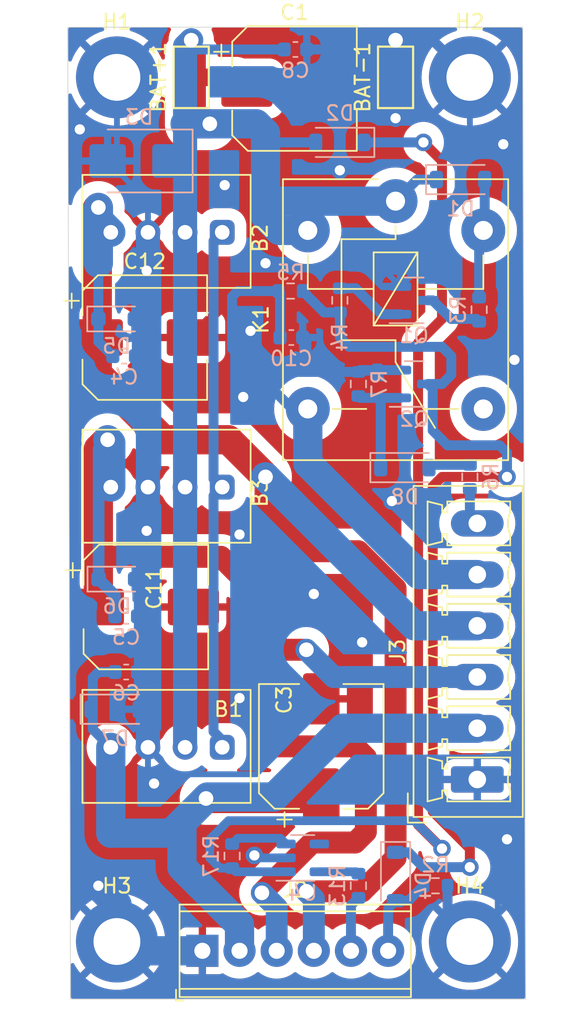
<source format=kicad_pcb>
(kicad_pcb (version 20221018) (generator pcbnew)
  (layers (0 "F.Cu" signal) (31 "B.Cu" signal) (34 "B.Paste" user) (35 "F.Paste" user) (36 "B.SilkS" user "B.Silkscreen") (37 "F.SilkS" user "F.Silkscreen") (38 "B.Mask" user) (39 "F.Mask" user) (44 "Edge.Cuts" user))
  (net 0 "")
  (net 1 "/14V4")
  (net 2 "GNDD")
  (net 3 "+3V3")
  (net 4 "+9V")
  (net 5 "+5V")
  (net 6 "+12V")
  (net 7 "Net-(D1-A)")
  (net 8 "Net-(D2-K)")
  (net 9 "Net-(D4-K)")
  (net 10 "/ON_OFF_button_OUT")
  (net 11 "/ON_OFF_button_IN")
  (net 12 "/~{MCU_PS_SUSTAIN}")
  (net 14 "Net-(Q1-B)")
  (net 15 "Net-(Q1-C)")
  (net 16 "Net-(D8-K)")
  (net 17 "Net-(U4-VOUT)")
  (net 18 "Net-(U4-EN)")
  (net 20 "Net-(D8-A)")
  (net 21 "/DC-DC_EN")
  (footprint "TestPoint:TestPoint_Keystone_5019_Minature" (layer "F.Cu") (at 92.71 31.75 90)
    (fp_text reference "BAT+1" (at 0 -2.25 90) (layer "F.SilkS"))
    (fp_text value "14V4")
    (pad "1" smd rect (at 0 0 90) (size 3.8 2) (layers "F.Cu" "F.Paste" "F.Mask") (net 1 "/14V4"))
  )
  (footprint "breakot_SileliS:DC-DC_24V_Stepdown_brekout_vertical" (layer "F.Cu") (at 96.52 75.8325 -90)
    (fp_text reference "B1" (at -0.9025 1.27 -180) (layer "F.SilkS"))
    (fp_text value "HW-613 3V3")
    (pad "1" thru_hole roundrect (at 1.7 1.69 270) (size 1.7 1.7) (drill 1) (layers "*.Cu" "*.Mask") (net 21 "/DC-DC_EN"))
    (pad "2" thru_hole circle (at 1.7 4.23 270) (size 1.7 1.7) (drill 1) (layers "*.Cu" "*.Mask") (net 1 "/14V4"))
    (pad "3" thru_hole circle (at 1.7 6.77 270) (size 1.7 1.7) (drill 1) (layers "*.Cu" "*.Mask") (net 2 "GNDD"))
    (pad "4" thru_hole circle (at 1.7 9.31) (size 1.7 1.7) (drill 1) (layers "*.Cu" "*.Mask") (net 3 "+3V3"))
  )
  (footprint "Connector_Phoenix_MC:PhoenixContact_MCV_1,5_6-G-3.5_1x06_P3.50mm_Vertical" (layer "F.Cu") (at 112.268 79.73 90)
    (fp_text reference "J3" (at 8.75 -5.45 90) (layer "F.SilkS"))
    (fp_text value "Conn_01x06_Female")
    (pad "1" thru_hole roundrect (at 0 0 90) (size 1.8 3.6) (drill 1.2) (layers "*.Cu" "*.Mask") (roundrect_rratio 0.1388888889) (net 2 "GNDD"))
    (pad "2" thru_hole oval (at 3.5 0 90) (size 1.8 3.6) (drill 1.2) (layers "*.Cu" "*.Mask") (net 3 "+3V3"))
    (pad "3" thru_hole oval (at 7 0 90) (size 1.8 3.6) (drill 1.2) (layers "*.Cu" "*.Mask") (net 5 "+5V"))
    (pad "4" thru_hole oval (at 10.5 0 90) (size 1.8 3.6) (drill 1.2) (layers "*.Cu" "*.Mask") (net 4 "+9V"))
    (pad "5" thru_hole oval (at 14 0 90) (size 1.8 3.6) (drill 1.2) (layers "*.Cu" "*.Mask") (net 6 "+12V"))
    (pad "6" thru_hole oval (at 17.5 0 90) (size 1.8 3.6) (drill 1.2) (layers "*.Cu" "*.Mask") (net 12 "/~{MCU_PS_SUSTAIN}"))
  )
  (footprint "Capacitor_SMD:CP_Elec_8x10" (layer "F.Cu") (at 99.77 32.512)
    (fp_text reference "C1" (at 0 -5.2) (layer "F.SilkS"))
    (fp_text value "470uF/25V")
    (pad "1" smd roundrect (at -3.25 0) (size 3.5 2.5) (layers "F.Cu" "F.Paste" "F.Mask") (roundrect_rratio 0.1) (net 1 "/14V4"))
    (pad "2" smd roundrect (at 3.25 0) (size 3.5 2.5) (layers "F.Cu" "F.Paste" "F.Mask") (roundrect_rratio 0.1) (net 2 "GNDD"))
  )
  (footprint "MountingHole:MountingHole_3.2mm_M3_DIN965_Pad" (layer "F.Cu") (at 111.76 90.805)
    (fp_text reference "H4" (at 0 -3.8) (layer "F.SilkS"))
    (fp_text value "MountingHole_Pad")
    (pad "1" thru_hole circle (at 0 0) (size 5.6 5.6) (drill 3.2) (layers "*.Cu" "*.Mask") (net 2 "GNDD"))
  )
  (footprint "Capacitor_SMD:CP_Elec_8x10" (layer "F.Cu") (at 89.535 49.53)
    (fp_text reference "C12" (at 0 -5.2) (layer "F.SilkS"))
    (fp_text value "470uF/25V")
    (pad "1" smd roundrect (at -3.25 0) (size 3.5 2.5) (layers "F.Cu" "F.Paste" "F.Mask") (roundrect_rratio 0.1) (net 4 "+9V"))
    (pad "2" smd roundrect (at 3.25 0) (size 3.5 2.5) (layers "F.Cu" "F.Paste" "F.Mask") (roundrect_rratio 0.1) (net 2 "GNDD"))
  )
  (footprint "breakot_SileliS:DC-DC_24V_Stepdown_brekout_vertical" (layer "F.Cu") (at 96.52 40.64 -90)
    (fp_text reference "B2" (at 2.1 -0.9 90) (layer "F.SilkS"))
    (fp_text value "HW-613 9V0")
    (pad "1" thru_hole roundrect (at 1.7 1.69 270) (size 1.7 1.7) (drill 1) (layers "*.Cu" "*.Mask") (net 21 "/DC-DC_EN"))
    (pad "2" thru_hole circle (at 1.7 4.23 270) (size 1.7 1.7) (drill 1) (layers "*.Cu" "*.Mask") (net 1 "/14V4"))
    (pad "3" thru_hole circle (at 1.7 6.77 270) (size 1.7 1.7) (drill 1) (layers "*.Cu" "*.Mask") (net 2 "GNDD"))
    (pad "4" thru_hole circle (at 1.7 9.31) (size 1.7 1.7) (drill 1) (layers "*.Cu" "*.Mask") (net 4 "+9V"))
  )
  (footprint "breakot_SileliS:DC-DC_24V_Stepdown_brekout_vertical" (layer "F.Cu") (at 96.52 58.0525 -90)
    (fp_text reference "B3" (at 2.1 -0.9 90) (layer "F.SilkS"))
    (fp_text value "HW-613 5V0")
    (pad "1" thru_hole roundrect (at 1.7 1.69 270) (size 1.7 1.7) (drill 1) (layers "*.Cu" "*.Mask") (net 21 "/DC-DC_EN"))
    (pad "2" thru_hole circle (at 1.7 4.23 270) (size 1.7 1.7) (drill 1) (layers "*.Cu" "*.Mask") (net 1 "/14V4"))
    (pad "3" thru_hole circle (at 1.7 6.77 270) (size 1.7 1.7) (drill 1) (layers "*.Cu" "*.Mask") (net 2 "GNDD"))
    (pad "4" thru_hole circle (at 1.7 9.31) (size 1.7 1.7) (drill 1) (layers "*.Cu" "*.Mask") (net 5 "+5V"))
  )
  (footprint "MountingHole:MountingHole_3.2mm_M3_DIN965_Pad" (layer "F.Cu") (at 111.76 31.75)
    (fp_text reference "H2" (at 0 -3.8) (layer "F.SilkS"))
    (fp_text value "MountingHole_Pad")
    (pad "1" thru_hole circle (at 0 0) (size 5.6 5.6) (drill 3.2) (layers "*.Cu" "*.Mask") (net 2 "GNDD"))
  )
  (footprint "TerminalBlock_Phoenix:TerminalBlock_Phoenix_MPT-0,5-6-2.54_1x06_P2.54mm_Horizontal" (layer "F.Cu") (at 93.472 91.44)
    (fp_text reference "J2" (at 6.35 -4.16) (layer "F.SilkS"))
    (fp_text value "to HMI/ KBRD module")
    (pad "1" thru_hole rect (at 0 0) (size 2.2 2.2) (drill 1.1) (layers "*.Cu" "*.Mask") (net 2 "GNDD"))
    (pad "2" thru_hole circle (at 2.54 0) (size 2.2 2.2) (drill 1.1) (layers "*.Cu" "*.Mask") (net 3 "+3V3"))
    (pad "3" thru_hole circle (at 5.08 0) (size 2.2 2.2) (drill 1.1) (layers "*.Cu" "*.Mask") (net 5 "+5V"))
    (pad "4" thru_hole circle (at 7.62 0) (size 2.2 2.2) (drill 1.1) (layers "*.Cu" "*.Mask") (net 4 "+9V"))
    (pad "5" thru_hole circle (at 10.16 0) (size 2.2 2.2) (drill 1.1) (layers "*.Cu" "*.Mask") (net 11 "/ON_OFF_button_IN"))
    (pad "6" thru_hole circle (at 12.7 0) (size 2.2 2.2) (drill 1.1) (layers "*.Cu" "*.Mask") (net 10 "/ON_OFF_button_OUT"))
  )
  (footprint "TestPoint:TestPoint_Keystone_5019_Minature" (layer "F.Cu") (at 106.68 31.75 90)
    (fp_text reference "BAT-1" (at 0 -2.25 90) (layer "F.SilkS"))
    (fp_text value "GND")
    (pad "1" smd rect (at 0 0 90) (size 3.8 2) (layers "F.Cu" "F.Paste" "F.Mask") (net 2 "GNDD"))
  )
  (footprint "MountingHole:MountingHole_3.2mm_M3_DIN965_Pad" (layer "F.Cu") (at 87.63 90.805)
    (fp_text reference "H3" (at 0 -3.8) (layer "F.SilkS"))
    (fp_text value "MountingHole_Pad")
    (pad "1" thru_hole circle (at 0 0) (size 5.6 5.6) (drill 3.2) (layers "*.Cu" "*.Mask") (net 2 "GNDD"))
  )
  (footprint "Capacitor_SMD:CP_Elec_8x10" (layer "F.Cu") (at 89.61 67.945)
    (fp_text reference "C11" (at 0.56 -1.27 90) (layer "F.SilkS"))
    (fp_text value "470uF/25V")
    (pad "1" smd roundrect (at -3.25 0) (size 3.5 2.5) (layers "F.Cu" "F.Paste" "F.Mask") (roundrect_rratio 0.1) (net 5 "+5V"))
    (pad "2" smd roundrect (at 3.25 0) (size 3.5 2.5) (layers "F.Cu" "F.Paste" "F.Mask") (roundrect_rratio 0.1) (net 2 "GNDD"))
  )
  (footprint "Capacitor_SMD:CP_Elec_8x10" (layer "F.Cu") (at 101.6 77.47 90)
    (fp_text reference "C3" (at 3.175 -2.54 90) (layer "F.SilkS"))
    (fp_text value "470uF/25V")
    (pad "1" smd roundrect (at -3.25 0 90) (size 3.5 2.5) (layers "F.Cu" "F.Paste" "F.Mask") (roundrect_rratio 0.1) (net 3 "+3V3"))
    (pad "2" smd roundrect (at 3.25 0 90) (size 3.5 2.5) (layers "F.Cu" "F.Paste" "F.Mask") (roundrect_rratio 0.1) (net 2 "GNDD"))
  )
  (footprint "MountingHole:MountingHole_3.2mm_M3_DIN965_Pad" (layer "F.Cu") (at 87.63 31.75)
    (fp_text reference "H1" (at 0 -3.8) (layer "F.SilkS"))
    (fp_text value "MountingHole_Pad")
    (pad "1" thru_hole circle (at 0 0) (size 5.6 5.6) (drill 3.2) (layers "*.Cu" "*.Mask") (net 2 "GNDD"))
  )
  (footprint "Relay_THT:Relay_SPDT_Finder_36.11" (layer "F.Cu") (at 106.68 40.21 -90)
    (fp_text reference "K1" (at 8.1 9.2 90) (layer "F.SilkS"))
    (fp_text value "LEG-1A-12F")
    (pad "11" thru_hole circle (at 0 0 270) (size 3 3) (drill 1.3) (layers "*.Cu" "*.Mask") (net 1 "/14V4"))
    (pad "12" thru_hole circle (at 14.2 -6 270) (size 3 3) (drill 1.3) (layers "*.Cu" "*.Mask"))
    (pad "14" thru_hole circle (at 14.2 6 270) (size 3 3) (drill 1.3) (layers "*.Cu" "*.Mask") (net 6 "+12V"))
    (pad "A1" thru_hole circle (at 2 6 270) (size 3 3) (drill 1.3) (layers "*.Cu" "*.Mask") (net 1 "/14V4"))
    (pad "A2" thru_hole circle (at 2 -6 270) (size 3 3) (drill 1.3) (layers "*.Cu" "*.Mask") (net 7 "Net-(D1-A)"))
  )
  (footprint "Capacitor_SMD:C_0603_1608Metric" (layer "B.Cu") (at 99.835 29.845)
    (fp_text reference "C8" (at 0 1.43) (layer "B.SilkS") (effects (justify mirror)))
    (fp_text value "100nF")
    (pad "1" smd roundrect (at -0.775 0) (size 0.9 0.95) (layers "B.Cu" "B.Paste" "B.Mask") (net 1 "/14V4"))
    (pad "2" smd roundrect (at 0.775 0) (size 0.9 0.95) (layers "B.Cu" "B.Paste" "B.Mask") (net 2 "GNDD"))
  )
  (footprint "Resistor_SMD:R_0603_1608Metric" (layer "B.Cu") (at 102.87 46.99 90)
    (fp_text reference "R4" (at -2.54 0 90) (layer "B.SilkS") (effects (justify mirror)))
    (fp_text value "1k")
    (pad "1" smd roundrect (at -0.825 0 90) (size 0.8 0.95) (layers "B.Cu" "B.Paste" "B.Mask") (net 9 "Net-(D4-K)"))
    (pad "2" smd roundrect (at 0.825 0 90) (size 0.8 0.95) (layers "B.Cu" "B.Paste" "B.Mask") (net 14 "Net-(Q1-B)"))
  )
  (footprint "Diode_SMD:D_SOD-323_HandSoldering" (layer "B.Cu") (at 87.61 48.26)
    (fp_text reference "D5" (at 0 1.85) (layer "B.SilkS") (effects (justify mirror)))
    (fp_text value "10V")
    (pad "1" smd roundrect (at -1.25 0) (size 1 1) (layers "B.Cu" "B.Paste" "B.Mask") (net 4 "+9V"))
    (pad "2" smd roundrect (at 1.25 0) (size 1 1) (layers "B.Cu" "B.Paste" "B.Mask") (net 2 "GNDD"))
  )
  (footprint "Package_TO_SOT_SMD:SOT-23" (layer "B.Cu") (at 107.95 52.705)
    (fp_text reference "Q2" (at 0 2.4) (layer "B.SilkS") (effects (justify mirror)))
    (fp_text value "BC817")
    (pad "1" smd roundrect (at -0.9375 0.95) (size 1.475 0.6) (layers "B.Cu" "B.Paste" "B.Mask") (net 16 "Net-(D8-K)"))
    (pad "2" smd roundrect (at -0.9375 -0.95) (size 1.475 0.6) (layers "B.Cu" "B.Paste" "B.Mask") (net 2 "GNDD"))
    (pad "3" smd roundrect (at 0.9375 0) (size 1.475 0.6) (layers "B.Cu" "B.Paste" "B.Mask") (net 9 "Net-(D4-K)"))
  )
  (footprint "Capacitor_SMD:C_0603_1608Metric" (layer "B.Cu") (at 88.265 68.58)
    (fp_text reference "C5" (at 0 1.43) (layer "B.SilkS") (effects (justify mirror)))
    (fp_text value "100nF")
    (pad "1" smd roundrect (at -0.775 0) (size 0.9 0.95) (layers "B.Cu" "B.Paste" "B.Mask") (net 5 "+5V"))
    (pad "2" smd roundrect (at 0.775 0) (size 0.9 0.95) (layers "B.Cu" "B.Paste" "B.Mask") (net 2 "GNDD"))
  )
  (footprint "Diode_SMD:D_SOD-123" (layer "B.Cu") (at 107.315 58.42)
    (fp_text reference "D8" (at 0 2) (layer "B.SilkS") (effects (justify mirror)))
    (fp_text value "1N4148W-7-F")
    (pad "1" smd roundrect (at -1.65 0) (size 0.9 1.2) (layers "B.Cu" "B.Paste" "B.Mask") (net 16 "Net-(D8-K)"))
    (pad "2" smd roundrect (at 1.65 0) (size 0.9 1.2) (layers "B.Cu" "B.Paste" "B.Mask") (net 20 "Net-(D8-A)"))
  )
  (footprint "Resistor_SMD:R_0603_1608Metric" (layer "B.Cu") (at 104.14 52.705 90)
    (fp_text reference "R7" (at 0 1.43 90) (layer "B.SilkS") (effects (justify mirror)))
    (fp_text value "10k")
    (pad "1" smd roundrect (at -0.825 0 90) (size 0.8 0.95) (layers "B.Cu" "B.Paste" "B.Mask") (net 16 "Net-(D8-K)"))
    (pad "2" smd roundrect (at 0.825 0 90) (size 0.8 0.95) (layers "B.Cu" "B.Paste" "B.Mask") (net 2 "GNDD"))
  )
  (footprint "Resistor_SMD:R_0603_1608Metric" (layer "B.Cu") (at 104.14 86.995 -90)
    (fp_text reference "R13" (at 0 1.43 90) (layer "B.SilkS") (effects (justify mirror)))
    (fp_text value "1k")
    (pad "1" smd roundrect (at -0.825 0 270) (size 0.8 0.95) (layers "B.Cu" "B.Paste" "B.Mask") (net 17 "Net-(U4-VOUT)"))
    (pad "2" smd roundrect (at 0.825 0 270) (size 0.8 0.95) (layers "B.Cu" "B.Paste" "B.Mask") (net 11 "/ON_OFF_button_IN"))
  )
  (footprint "Capacitor_SMD:C_0603_1608Metric" (layer "B.Cu") (at 99.555 49.53)
    (fp_text reference "C10" (at 0 1.43) (layer "B.SilkS") (effects (justify mirror)))
    (fp_text value "100nF")
    (pad "1" smd roundrect (at -0.775 0) (size 0.9 0.95) (layers "B.Cu" "B.Paste" "B.Mask") (net 6 "+12V"))
    (pad "2" smd roundrect (at 0.775 0) (size 0.9 0.95) (layers "B.Cu" "B.Paste" "B.Mask") (net 2 "GNDD"))
  )
  (footprint "Resistor_SMD:R_0603_1608Metric" (layer "B.Cu") (at 111.76 59.055 90)
    (fp_text reference "R6" (at 0 1.43 90) (layer "B.SilkS") (effects (justify mirror)))
    (fp_text value "1k")
    (pad "1" smd roundrect (at -0.825 0 90) (size 0.8 0.95) (layers "B.Cu" "B.Paste" "B.Mask") (net 12 "/~{MCU_PS_SUSTAIN}"))
    (pad "2" smd roundrect (at 0.825 0 90) (size 0.8 0.95) (layers "B.Cu" "B.Paste" "B.Mask") (net 20 "Net-(D8-A)"))
  )
  (footprint "Resistor_SMD:R_0603_1608Metric" (layer "B.Cu") (at 99.505 46.355)
    (fp_text reference "R5" (at 0 -1.27) (layer "B.SilkS") (effects (justify mirror)))
    (fp_text value "10k")
    (pad "1" smd roundrect (at -0.825 0) (size 0.8 0.95) (layers "B.Cu" "B.Paste" "B.Mask") (net 6 "+12V"))
    (pad "2" smd roundrect (at 0.825 0) (size 0.8 0.95) (layers "B.Cu" "B.Paste" "B.Mask") (net 9 "Net-(D4-K)"))
  )
  (footprint "Diode_SMD:D_SMB" (layer "B.Cu") (at 89.145 37.465 180)
    (fp_text reference "D3" (at 0 3) (layer "B.SilkS") (effects (justify mirror)))
    (fp_text value "15V/17.4V")
    (pad "1" smd roundrect (at -2.15 0 180) (size 2.5 2.3) (layers "B.Cu" "B.Paste" "B.Mask") (roundrect_rratio 0.1086956522) (net 1 "/14V4"))
    (pad "2" smd roundrect (at 2.15 0 180) (size 2.5 2.3) (layers "B.Cu" "B.Paste" "B.Mask") (roundrect_rratio 0.1086956522) (net 2 "GNDD"))
  )
  (footprint "Package_TO_SOT_SMD:SOT-23" (layer "B.Cu") (at 107.95 46.99)
    (fp_text reference "Q1" (at 0 2.4) (layer "B.SilkS") (effects (justify mirror)))
    (fp_text value "BC817")
    (pad "1" smd roundrect (at -0.9375 0.95) (size 1.475 0.6) (layers "B.Cu" "B.Paste" "B.Mask") (net 14 "Net-(Q1-B)"))
    (pad "2" smd roundrect (at -0.9375 -0.95) (size 1.475 0.6) (layers "B.Cu" "B.Paste" "B.Mask") (net 2 "GNDD"))
    (pad "3" smd roundrect (at 0.9375 0) (size 1.475 0.6) (layers "B.Cu" "B.Paste" "B.Mask") (net 15 "Net-(Q1-C)"))
  )
  (footprint "Capacitor_SMD:C_0603_1608Metric" (layer "B.Cu") (at 88.125 50.8)
    (fp_text reference "C4" (at 0 1.43) (layer "B.SilkS") (effects (justify mirror)))
    (fp_text value "100nF")
    (pad "1" smd roundrect (at -0.775 0) (size 0.9 0.95) (layers "B.Cu" "B.Paste" "B.Mask") (net 4 "+9V"))
    (pad "2" smd roundrect (at 0.775 0) (size 0.9 0.95) (layers "B.Cu" "B.Paste" "B.Mask") (net 2 "GNDD"))
  )
  (footprint "Resistor_SMD:R_0603_1608Metric" (layer "B.Cu") (at 95.504 84.965 -90)
    (fp_text reference "R17" (at 0 1.43 90) (layer "B.SilkS") (effects (justify mirror)))
    (fp_text value "10k")
    (pad "1" smd roundrect (at -0.825 0 270) (size 0.8 0.95) (layers "B.Cu" "B.Paste" "B.Mask") (net 18 "Net-(U4-EN)"))
    (pad "2" smd roundrect (at 0.825 0 270) (size 0.8 0.95) (layers "B.Cu" "B.Paste" "B.Mask") (net 8 "Net-(D2-K)"))
  )
  (footprint "Resistor_SMD:R_0603_1608Metric" (layer "B.Cu") (at 109.41 86.995 180)
    (fp_text reference "R2" (at 0 1.43) (layer "B.SilkS") (effects (justify mirror)))
    (fp_text value "100k")
    (pad "1" smd roundrect (at -0.825 0 180) (size 0.8 0.95) (layers "B.Cu" "B.Paste" "B.Mask") (net 2 "GNDD"))
    (pad "2" smd roundrect (at 0.825 0 180) (size 0.8 0.95) (layers "B.Cu" "B.Paste" "B.Mask") (net 10 "/ON_OFF_button_OUT"))
  )
  (footprint "Diode_SMD:D_SOD-123" (layer "B.Cu") (at 106.68 86.36 -90)
    (fp_text reference "D4" (at 0.635 -1.905 90) (layer "B.SilkS") (effects (justify mirror)))
    (fp_text value "1N4148W-7-F")
    (pad "1" smd roundrect (at -1.65 0 270) (size 0.9 1.2) (layers "B.Cu" "B.Paste" "B.Mask") (net 9 "Net-(D4-K)"))
    (pad "2" smd roundrect (at 1.65 0 270) (size 0.9 1.2) (layers "B.Cu" "B.Paste" "B.Mask") (net 10 "/ON_OFF_button_OUT"))
  )
  (footprint "Diode_SMD:D_SOD-123" (layer "B.Cu") (at 102.87 36.195 180)
    (fp_text reference "D2" (at 0 2) (layer "B.SilkS") (effects (justify mirror)))
    (fp_text value "1N4148W-7-F")
    (pad "1" smd roundrect (at -1.65 0 180) (size 0.9 1.2) (layers "B.Cu" "B.Paste" "B.Mask") (net 8 "Net-(D2-K)"))
    (pad "2" smd roundrect (at 1.65 0 180) (size 0.9 1.2) (layers "B.Cu" "B.Paste" "B.Mask") (net 1 "/14V4"))
  )
  (footprint "Package_TO_SOT_SMD:SOT-23-5" (layer "B.Cu") (at 100.33 85.09)
    (fp_text reference "U4" (at 0 2.4) (layer "B.SilkS") (effects (justify mirror)))
    (fp_text value "AP2204K-3.3")
    (pad "1" smd roundrect (at -1.1375 0.95) (size 1.325 0.6) (layers "B.Cu" "B.Paste" "B.Mask") (net 8 "Net-(D2-K)"))
    (pad "2" smd roundrect (at -1.1375 0) (size 1.325 0.6) (layers "B.Cu" "B.Paste" "B.Mask") (net 2 "GNDD"))
    (pad "3" smd roundrect (at -1.1375 -0.95) (size 1.325 0.6) (layers "B.Cu" "B.Paste" "B.Mask") (net 18 "Net-(U4-EN)"))
    (pad "4" smd roundrect (at 1.1375 -0.95) (size 1.325 0.6) (layers "B.Cu" "B.Paste" "B.Mask"))
    (pad "5" smd roundrect (at 1.1375 0.95) (size 1.325 0.6) (layers "B.Cu" "B.Paste" "B.Mask") (net 17 "Net-(U4-VOUT)"))
  )
  (footprint "Diode_SMD:D_SOD-123" (layer "B.Cu") (at 111.125 38.735)
    (fp_text reference "D1" (at 0 2) (layer "B.SilkS") (effects (justify mirror)))
    (fp_text value "1N4148W-7-F")
    (pad "1" smd roundrect (at -1.65 0) (size 0.9 1.2) (layers "B.Cu" "B.Paste" "B.Mask") (net 1 "/14V4"))
    (pad "2" smd roundrect (at 1.65 0) (size 0.9 1.2) (layers "B.Cu" "B.Paste" "B.Mask") (net 7 "Net-(D1-A)"))
  )
  (footprint "Capacitor_SMD:C_0603_1608Metric" (layer "B.Cu") (at 88.265 72.39)
    (fp_text reference "C6" (at 0 1.43) (layer "B.SilkS") (effects (justify mirror)))
    (fp_text value "100nF")
    (pad "1" smd roundrect (at -0.775 0) (size 0.9 0.95) (layers "B.Cu" "B.Paste" "B.Mask") (net 3 "+3V3"))
    (pad "2" smd roundrect (at 0.775 0) (size 0.9 0.95) (layers "B.Cu" "B.Paste" "B.Mask") (net 2 "GNDD"))
  )
  (footprint "Resistor_SMD:R_0603_1608Metric" (layer "B.Cu") (at 112.395 47.625 -90)
    (fp_text reference "R3" (at 0 1.43 90) (layer "B.SilkS") (effects (justify mirror)))
    (fp_text value "0")
    (pad "1" smd roundrect (at -0.825 0 270) (size 0.8 0.95) (layers "B.Cu" "B.Paste" "B.Mask") (net 7 "Net-(D1-A)"))
    (pad "2" smd roundrect (at 0.825 0 270) (size 0.8 0.95) (layers "B.Cu" "B.Paste" "B.Mask") (net 15 "Net-(Q1-C)"))
  )
  (footprint "Diode_SMD:D_SOD-323_HandSoldering" (layer "B.Cu") (at 87.63 66.04)
    (fp_text reference "D6" (at 0 1.85) (layer "B.SilkS") (effects (justify mirror)))
    (fp_text value "5V1")
    (pad "1" smd roundrect (at -1.25 0) (size 1 1) (layers "B.Cu" "B.Paste" "B.Mask") (net 5 "+5V"))
    (pad "2" smd roundrect (at 1.25 0) (size 1 1) (layers "B.Cu" "B.Paste" "B.Mask") (net 2 "GNDD"))
  )
  (footprint "Diode_SMD:D_SOD-123" (layer "B.Cu") (at 87.502 74.93)
    (fp_text reference "D7" (at 0 2) (layer "B.SilkS") (effects (justify mirror)))
    (fp_text value "3V9")
    (pad "1" smd roundrect (at -1.65 0) (size 0.9 1.2) (layers "B.Cu" "B.Paste" "B.Mask") (net 3 "+3V3"))
    (pad "2" smd roundrect (at 1.65 0) (size 0.9 1.2) (layers "B.Cu" "B.Paste" "B.Mask") (net 2 "GNDD"))
  )
  (gr_line (start 84.267 28.321) (end 115.377 28.321) (stroke (width 0.05)) (layer "Edge.Cuts"))
  (gr_line (start 84.267 28.321) (end 84.455 94.742) (stroke (width 0.05)) (layer "Edge.Cuts"))
  (gr_line (start 115.377 28.321) (end 115.57 94.742) (stroke (width 0.05)) (layer "Edge.Cuts"))
  (gr_line (start 115.57 94.742) (end 84.455 94.742) (stroke (width 0.05)) (layer "Edge.Cuts"))
  (segment (start 92.71 31.75) (end 95.758 31.75) (width 1.2) (layer "F.Cu") (net 1))
  (segment (start 92.71 31.75) (end 92.71 29.21) (width 1.2) (layer "F.Cu") (net 1))
  (segment (start 95.758 31.75) (end 96.52 32.512) (width 1.2) (layer "F.Cu") (net 1))
  (segment (start 92.71 34.925) (end 92.71 31.75) (width 2) (layer "F.Cu") (net 1))
  (segment (start 93.98 34.925) (end 92.71 34.925) (width 2) (layer "F.Cu") (net 1))
  (via (at 92.71 29.21) (size 1.5) (drill 1) (layers "F.Cu" "B.Cu") (net 1))
  (via (at 93.98 34.925) (size 1.5) (drill 1) (layers "F.Cu" "B.Cu") (net 1))
  (segment (start 93.98 34.925) (end 92.29 34.925) (width 2) (layer "B.Cu") (net 1))
  (segment (start 97.155 34.925) (end 97.79 35.56) (width 2) (layer "B.Cu") (net 1))
  (segment (start 93.209 29.845) (end 92.71 29.346) (width 0.68) (layer "B.Cu") (net 1))
  (segment (start 106.68 40.21) (end 97.995 40.21) (width 2) (layer "B.Cu") (net 1))
  (segment (start 92.29 59.7525) (end 92.29 77.5325) (width 1.65) (layer "B.Cu") (net 1))
  (segment (start 97.155 34.925) (end 93.98 34.925) (width 2) (layer "B.Cu") (net 1))
  (segment (start 97.79 41.275) (end 98.725 42.21) (width 2) (layer "B.Cu") (net 1))
  (segment (start 99.06 29.845) (end 93.209 29.845) (width 0.68) (layer "B.Cu") (net 1))
  (segment (start 97.79 40.005) (end 97.79 41.275) (width 2) (layer "B.Cu") (net 1))
  (segment (start 92.29 42.34) (end 92.29 34.925) (width 1.65) (layer "B.Cu") (net 1))
  (segment (start 92.29 29.63) (end 92.29 31.75) (width 1.65) (layer "B.Cu") (net 1))
  (segment (start 109.475 38.735) (end 108.155 38.735) (width 0.68) (layer "B.Cu") (net 1))
  (segment (start 92.29 42.34) (end 92.29 59.7525) (width 1.65) (layer "B.Cu") (net 1))
  (segment (start 108.155 38.735) (end 106.68 40.21) (width 0.68) (layer "B.Cu") (net 1))
  (segment (start 92.29 34.925) (end 92.29 31.75) (width 1.65) (layer "B.Cu") (net 1))
  (segment (start 97.79 35.56) (end 97.79 40.005) (width 2) (layer "B.Cu") (net 1))
  (segment (start 101.22 36.195) (end 98.425 36.195) (width 0.68) (layer "B.Cu") (net 1))
  (segment (start 97.995 40.21) (end 97.79 40.005) (width 2) (layer "B.Cu") (net 1))
  (segment (start 98.725 42.21) (end 100.68 42.21) (width 2) (layer "B.Cu") (net 1))
  (segment (start 92.71 29.21) (end 92.29 29.63) (width 1.65) (layer "B.Cu") (net 1))
  (segment (start 98.425 36.195) (end 97.79 35.56) (width 0.68) (layer "B.Cu") (net 1))
  (segment (start 89.916 83.82) (end 91.186 85.09) (width 0.4) (layer "F.Cu") (net 2))
  (segment (start 92.785 49.455) (end 92.785 49.53) (width 0.68) (layer "F.Cu") (net 2))
  (segment (start 101.6 74.22) (end 104.342 74.22) (width 0.4) (layer "F.Cu") (net 2))
  (segment (start 106.68 31.75) (end 103.782 31.75) (width 1.2) (layer "F.Cu") (net 2))
  (segment (start 104.394 74.168) (end 104.394 70.358) (width 0.4) (layer "F.Cu") (net 2))
  (segment (start 89.535 83.82) (end 86.36 86.995) (width 0.4) (layer "F.Cu") (net 2))
  (segment (start 89.916 83.82) (end 89.916 80.264) (width 0.4) (layer "F.Cu") (net 2))
  (segment (start 101.6 67.564) (end 104.394 70.358) (width 0.4) (layer "F.Cu") (net 2))
  (segment (start 101.6 67.385) (end 101.092 67.056) (width 0.4) (layer "F.Cu") (net 2))
  (segment (start 92.86 71.016) (end 96.012 74.168) (width 0.5) (layer "F.Cu") (net 2))
  (segment (start 89.916 80.264) (end 90.17 80.01) (width 0.4) (layer "F.Cu") (net 2))
  (segment (start 96.012 48.321974) (end 96.7635 49.073474) (width 0.68) (layer "F.Cu") (net 2))
  (segment (start 106.68 31.75) (end 106.68 29.21) (width 1.2) (layer "F.Cu") (net 2))
  (segment (start 103.782 31.75) (end 103.02 32.512) (width 1.2) (layer "F.Cu") (net 2))
  (segment (start 97.79 44.45) (end 96.012 46.228) (width 0.68) (layer "F.Cu") (net 2))
  (segment (start 96.012 46.228) (end 96.012 48.321974) (width 0.68) (layer "F.Cu") (net 2))
  (segment (start 96.8585 85.09) (end 97.028 84.9205) (width 0.4) (layer "F.Cu") (net 2))
  (segment (start 96.012 46.228) (end 92.785 49.455) (width 0.68) (layer "F.Cu") (net 2))
  (segment (start 89.916 83.82) (end 89.535 83.82) (width 0.4) (layer "F.Cu") (net 2))
  (segment (start 104.342 74.22) (end 104.394 74.168) (width 0.4) (layer "F.Cu") (net 2))
  (segment (start 91.186 85.09) (end 96.8585 85.09) (width 0.4) (layer "F.Cu") (net 2))
  (segment (start 101.092 67.056) (end 101.6 67.564) (width 0.4) (layer "F.Cu") (net 2))
  (segment (start 92.86 67.945) (end 92.86 71.016) (width 0.5) (layer "F.Cu") (net 2))
  (via (at 106.68 29.21) (size 1.5) (drill 1) (layers "F.Cu" "B.Cu") (net 2))
  (via (at 96.266 53.594) (size 1.2) (drill 0.7) (layers "F.Cu" "B.Cu") (net 2))
  (via (at 90.17 80.01) (size 1.2) (drill 0.7) (layers "F.Cu" "B.Cu") (net 2))
  (via (at 86.36 86.995) (size 1.2) (drill 0.7) (layers "F.Cu" "B.Cu") (net 2))
  (via (at 85.09 35.306) (size 1.2) (drill 0.7) (layers "F.Cu" "B.Cu") (net 2))
  (via (at 89.662 44.958) (size 1.2) (drill 0.7) (layers "F.Cu" "B.Cu") (net 2))
  (via (at 106.68 34.544) (size 1.2) (drill 0.7) (layers "F.Cu" "B.Cu") (net 2))
  (via (at 96.012 74.168) (size 1.2) (drill 0.7) (layers "F.Cu" "B.Cu") (net 2))
  (via (at 94.996 39.116) (size 1.2) (drill 0.7) (layers "F.Cu" "B.Cu") (net 2))
  (via (at 101.092 67.056) (size 1.2) (drill 0.7) (layers "F.Cu" "B.Cu") (net 2))
  (via (at 97.028 84.9205) (size 1.2) (drill 0.7) (layers "F.Cu" "B.Cu") (net 2))
  (via (at 96.012 62.992) (size 1.2) (drill 0.7) (layers "F.Cu" "B.Cu") (net 2))
  (via (at 106.426 60.706) (size 1.2) (drill 0.7) (layers "F.Cu" "B.Cu") (net 2))
  (via (at 114.3 83.82) (size 1.2) (drill 0.7) (layers "F.Cu" "B.Cu") (net 2))
  (via (at 114.046 36.322) (size 1.2) (drill 0.7) (layers "F.Cu" "B.Cu") (net 2))
  (via (at 102.87 38.1) (size 1.2) (drill 0.7) (layers "F.Cu" "B.Cu") (net 2))
  (via (at 97.79 44.45) (size 1.2) (drill 0.7) (layers "F.Cu" "B.Cu") (net 2))
  (via (at 96.7635 49.073474) (size 1.2) (drill 0.7) (layers "F.Cu" "B.Cu") (net 2))
  (via (at 114.808 51.054) (size 1.2) (drill 0.7) (layers "F.Cu" "B.Cu") (net 2))
  (via (at 104.394 70.358) (size 1.2) (drill 0.7) (layers "F.Cu" "B.Cu") (net 2))
  (via (at 89.662 62.738) (size 1.2) (drill 0.7) (layers "F.Cu" "B.Cu") (net 2))
  (segment (start 97.155 79.375) (end 90.805 79.375) (width 0.4) (layer "B.Cu") (net 2))
  (segment (start 109.22 29.21) (end 111.76 31.75) (width 0.68) (layer "B.Cu") (net 2))
  (segment (start 87.63 36.83) (end 87.63 31.75) (width 0.4) (layer "B.Cu") (net 2))
  (segment (start 111.252 40.132) (end 111.252 36.322) (width 0.4) (layer "B.Cu") (net 2))
  (segment (start 89.662 44.958) (end 89.75 45.046) (width 1.65) (layer "B.Cu") (net 2))
  (segment (start 89.75 40.22) (end 89.75 42.34) (width 0.4) (layer "B.Cu") (net 2))
  (segment (start 109.728 41.656) (end 111.252 40.132) (width 0.4) (layer "B.Cu") (net 2))
  (segment (start 111.252 36.322) (end 111.76 35.814) (width 0.4) (layer "B.Cu") (net 2))
  (segment (start 88.265 91.44) (end 87.63 90.805) (width 2) (layer "B.Cu") (net 2))
  (segment (start 113.665 83.185) (end 114.3 83.82) (width 0.4) (layer "B.Cu") (net 2))
  (segment (start 100.584 51.88) (end 98.87 51.88) (width 0.68) (layer "B.Cu") (net 2))
  (segment (start 90.805 79.375) (end 90.17 80.01) (width 0.4) (layer "B.Cu") (net 2))
  (segment (start 89.75 62.826) (end 89.75 77.5325) (width 1.65) (layer "B.Cu") (net 2))
  (segment (start 97.1975 85.09) (end 97.028 84.9205) (width 0.55) (layer "B.Cu") (net 2))
  (segment (start 113.665 88.9) (end 111.76 90.805) (width 0.4) (layer "B.Cu") (net 2))
  (segment (start 87.63 90.805) (end 87.63 88.265) (width 2) (layer "B.Cu") (net 2))
  (segment (start 110.235 86.995) (end 110.235 89.28) (width 0.68) (layer "B.Cu") (net 2))
  (segment (start 87.63 88.265) (end 86.36 86.995) (width 2) (layer "B.Cu") (net 2))
  (segment (start 104.265 51.755) (end 104.14 51.88) (width 0.68) (layer "B.Cu") (net 2))
  (segment (start 113.665 84.455) (end 113.665 88.9) (width 0.4) (layer "B.Cu") (net 2))
  (segment (start 110.235 89.28) (end 111.76 90.805) (width 0.68) (layer "B.Cu") (net 2))
  (segment (start 102.68 51.88) (end 100.584 51.88) (width 0.68) (layer "B.Cu") (net 2))
  (segment (start 98.425 69.85) (end 98.425 78.105) (width 0.4) (layer "B.Cu") (net 2))
  (segment (start 89.75 50.8) (end 89.75 59.7525) (width 1.65) (layer "B.Cu") (net 2))
  (segment (start 107.0125 46.04) (end 109.728 43.3245) (width 0.4) (layer "B.Cu") (net 2))
  (segment (start 89.75 45.046) (end 89.75 45.72) (width 1.65) (layer "B.Cu") (net 2))
  (segment (start 100.584 49.784) (end 100.33 49.53) (width 0.68) (layer "B.Cu") (net 2))
  (segment (start 89.75 79.59) (end 89.75 77.5325) (width 0.4) (layer "B.Cu") (net 2))
  (segment (start 99.1925 85.09) (end 97.1975 85.09) (width 0.6) (layer "B.Cu") (net 2))
  (segment (start 88.86 48.26) (end 89.75 48.26) (width 0.68) (layer "B.Cu") (net 2))
  (segment (start 90.17 80.01) (end 89.75 79.59) (width 0.4) (layer "B.Cu") (net 2))
  (segment (start 89.75 48.26) (end 89.75 50.8) (width 1.65) (layer "B.Cu") (net 2))
  (segment (start 86.995 37.465) (end 87.63 36.83) (width 0.4) (layer "B.Cu") (net 2))
  (segment (start 93.472 93.853) (end 93.472 91.44) (width 0.4) (layer "B.Cu") (net 2))
  (segment (start 89.662 62.738) (end 89.75 62.826) (width 1.65) (layer "B.Cu") (net 2))
  (segment (start 99.06 44.704) (end 105.6765 44.704) (width 0.4) (layer "B.Cu") (net 2))
  (segment (start 105.6765 44.704) (end 107.0125 46.04) (width 0.4) (layer "B.Cu") (net 2))
  (segment (start 112.268 79.73) (end 112.268 81.153) (width 0.4) (layer "B.Cu") (net 2))
  (segment (start 104.394 70.358) (end 104.394 69.088) (width 0.4) (layer "B.Cu") (net 2))
  (segment (start 100.61 29.845) (end 106.045 29.845) (width 0.68) (layer "B.Cu") (net 2))
  (segment (start 97.79 44.45) (end 98.806 44.45) (width 0.4) (layer "B.Cu") (net 2))
  (segment (start 107.0125 51.755) (end 104.265 51.755) (width 0.68) (layer "B.Cu") (net 2))
  (segment (start 111.76 35.814) (end 111.76 31.75) (width 0.4) (layer "B.Cu") (net 2))
  (segment (start 106.045 29.845) (end 106.68 29.21) (width 0.68) (layer "B.Cu") (net 2))
  (segment (start 98.425 78.105) (end 97.155 79.375) (width 0.4) (layer "B.Cu") (net 2))
  (segment (start 98.87 51.88) (end 96.7635 49.7735) (width 0.68) (layer "B.Cu") (net 2))
  (segment (start 93.472 91.44) (end 88.265 91.44) (width 2) (layer "B.Cu") (net 2))
  (segment (start 114.3 83.82) (end 113.665 84.455) (width 0.4) (layer "B.Cu") (net 2))
  (segment (start 89.75 42.34) (end 89.75 44.87) (width 1.65) (layer "B.Cu") (net 2))
  (segment (start 104.394 69.088) (end 99.187 69.088) (width 0.4) (layer "B.Cu") (net 2))
  (segment (start 111.76 90.805) (end 108.585 93.98) (width 0.4) (layer "B.Cu") (net 2))
  (segment (start 93.345 93.98) (end 93.472 93.853) (width 0.4) (layer "B.Cu") (net 2))
  (segment (start 106.68 29.21) (end 109.22 29.21) (width 0.68) (layer "B.Cu") (net 2))
  (segment (start 100.584 51.88) (end 100.584 49.784) (width 0.68) (layer "B.Cu") (net 2))
  (segment (start 89.75 44.87) (end 89.662 44.958) (width 1.65) (layer "B.Cu") (net 2))
  (segment (start 89.75 62.65) (end 89.662 62.738) (width 1.65) (layer "B.Cu") (net 2))
  (segment (start 113.665 82.55) (end 113.665 83.185) (width 0.4) (layer "B.Cu") (net 2))
  (segment (start 102.68 51.88) (end 104.14 51.88) (width 0.68) (layer "B.Cu") (net 2))
  (segment (start 108.585 93.98) (end 93.345 93.98) (width 0.4) (layer "B.Cu") (net 2))
  (segment (start 109.728 43.3245) (end 109.728 41.656) (width 0.4) (layer "B.Cu") (net 2))
  (segment (start 98.806 44.45) (end 99.06 44.704) (width 0.4) (layer "B.Cu") (net 2))
  (segment (start 99.187 69.088) (end 98.425 69.85) (width 0.4) (layer "B.Cu") (net 2))
  (segment (start 89.75 59.7525) (end 89.75 62.65) (width 1.65) (layer "B.Cu") (net 2))
  (segment (start 88.9 50.8) (end 89.75 50.8) (width 0.68) (layer "B.Cu") (net 2))
  (segment (start 112.268 81.153) (end 113.665 82.55) (width 0.4) (layer "B.Cu") (net 2))
  (segment (start 86.995 37.465) (end 89.75 40.22) (width 0.4) (layer "B.Cu") (net 2))
  (segment (start 89.75 45.72) (end 89.75 48.26) (width 1.65) (layer "B.Cu") (net 2))
  (segment (start 96.7635 49.7735) (end 96.7635 49.073474) (width 0.68) (layer "B.Cu") (net 2))
  (segment (start 101.6 80.72) (end 101.289502 81.030498) (width 2) (layer "F.Cu") (net 3))
  (segment (start 101.289502 81.030498) (end 93.721502 81.030498) (width 2) (layer "F.Cu") (net 3))
  (via (at 93.721502 81.030498) (size 1.5) (drill 1) (layers "F.Cu" "B.Cu") (net 3))
  (segment (start 96.012 91.44) (end 96.012 89.662) (width 2) (layer "B.Cu") (net 3))
  (segment (start 86.36 72.39) (end 87.49 72.39) (width 0.68) (layer "B.Cu") (net 3))
  (segment (start 93.821501 80.930499) (end 93.721502 81.030498) (width 2) (layer "B.Cu") (net 3))
  (segment (start 103.08968 76.23) (end 98.389181 80.930499) (width 2) (layer "B.Cu") (net 3))
  (segment (start 92.075 82.677) (end 93.721502 81.030498) (width 2) (layer "B.Cu") (net 3))
  (segment (start 85.98 74.93) (end 85.98 72.77) (width 0.68) (layer "B.Cu") (net 3))
  (segment (start 85.98 74.93) (end 85.98 76.3025) (width 0.68) (layer "B.Cu") (net 3))
  (segment (start 85.98 72.77) (end 86.36 72.39) (width 0.68) (layer "B.Cu") (net 3))
  (segment (start 87.21 83.4) (end 91.352 83.4) (width 2) (layer "B.Cu") (net 3))
  (segment (start 91.352 83.4) (end 92.075 82.677) (width 2) (layer "B.Cu") (net 3))
  (segment (start 112.268 76.23) (end 103.08968 76.23) (width 2) (layer "B.Cu") (net 3))
  (segment (start 98.389181 80.930499) (end 93.821501 80.930499) (width 2) (layer "B.Cu") (net 3))
  (segment (start 85.98 76.3025) (end 87.21 77.5325) (width 0.68) (layer "B.Cu") (net 3))
  (segment (start 87.21 77.5325) (end 87.21 83.4) (width 2) (layer "B.Cu") (net 3))
  (segment (start 96.012 89.662) (end 92.075 85.725) (width 2) (layer "B.Cu") (net 3))
  (segment (start 92.075 85.725) (end 92.075 82.677) (width 2) (layer "B.Cu") (net 3))
  (segment (start 100.483238 64.135) (end 104.14 64.135) (width 1.5) (layer "F.Cu") (net 4))
  (segment (start 104.394 87.376) (end 106.68 85.09) (width 1.5) (layer "F.Cu") (net 4))
  (segment (start 86.285 51.995) (end 90.805 56.515) (width 2) (layer "F.Cu") (net 4))
  (segment (start 86.285 50.8) (end 86.285 51.995) (width 2) (layer "F.Cu") (net 4))
  (segment (start 90.805 56.515) (end 95.25 56.515) (width 2) (layer "F.Cu") (net 4))
  (segment (start 97.79 59.055) (end 97.79 61.441762) (width 1.5) (layer "F.Cu") (net 4))
  (segment (start 95.25 56.515) (end 97.79 59.055) (width 2) (layer "F.Cu") (net 4))
  (segment (start 104.14 64.135) (end 106.68 66.675) (width 1.5) (layer "F.Cu") (net 4))
  (segment (start 106.68 66.675) (end 106.68 85.09) (width 1.5) (layer "F.Cu") (net 4))
  (segment (start 97.79 61.441762) (end 100.483238 64.135) (width 1.5) (layer "F.Cu") (net 4))
  (segment (start 100.584 87.376) (end 104.394 87.376) (width 1.5) (layer "F.Cu") (net 4))
  (segment (start 86.285 40.715) (end 86.36 40.64) (width 2) (layer "F.Cu") (net 4))
  (segment (start 86.285 50.8) (end 86.285 40.715) (width 2) (layer "F.Cu") (net 4))
  (via (at 86.36 40.64) (size 1.5) (drill 1) (layers "F.Cu" "B.Cu") (net 4))
  (via (at 100.584 87.376) (size 1.5) (drill 1) (layers "F.Cu" "B.Cu") (net 4))
  (via (at 97.79 59.055) (size 2) (drill 1) (layers "F.Cu" "B.Cu") (net 4))
  (segment (start 101.092 87.884) (end 101.092 91.44) (width 1.5) (layer "B.Cu") (net 4))
  (segment (start 107.965 69.23) (end 112.268 69.23) (width 2) (layer "B.Cu") (net 4))
  (segment (start 86.36 49.81) (end 86.36 48.26) (width 0.68) (layer "B.Cu") (net 4))
  (segment (start 86.36 40.64) (end 86.36 44.45) (width 2) (layer "B.Cu") (net 4))
  (segment (start 86.36 48.26) (end 86.36 44.45) (width 0.68) (layer "B.Cu") (net 4))
  (segment (start 107.965 69.23) (end 97.79 59.055) (width 2) (layer "B.Cu") (net 4))
  (segment (start 87.21 42.34) (end 86.36 41.49) (width 2) (layer "B.Cu") (net 4))
  (segment (start 86.36 41.49) (end 86.36 40.64) (width 2) (layer "B.Cu") (net 4))
  (segment (start 87.35 50.8) (end 86.36 49.81) (width 0.68) (layer "B.Cu") (net 4))
  (segment (start 100.584 87.376) (end 101.092 87.884) (width 1.5) (layer "B.Cu") (net 4))
  (segment (start 98.298 68.072) (end 94.742 64.516) (width 1.5) (layer "F.Cu") (net 5))
  (segment (start 94.742 64.516) (end 87.122 64.516) (width 1.5) (layer "F.Cu") (net 5))
  (segment (start 100.584 70.866) (end 98.298 70.866) (width 1.5) (layer "F.Cu") (net 5))
  (segment (start 100.978462 84.039501) (end 103.920499 84.039501) (width 1.5) (layer "F.Cu") (net 5))
  (segment (start 103.886 77.47) (end 98.425 77.47) (width 1.5) (layer "F.Cu") (net 5))
  (segment (start 98.425 77.47) (end 98.298 77.343) (width 1.5) (layer "F.Cu") (net 5))
  (segment (start 104.648 83.312) (end 104.648 78.232) (width 1.5) (layer "F.Cu") (net 5))
  (segment (start 103.920499 84.039501) (end 104.648 83.312) (width 1.5) (layer "F.Cu") (net 5))
  (segment (start 97.539876 87.478087) (end 100.978462 84.039501) (width 1.5) (layer "F.Cu") (net 5))
  (segment (start 98.298 77.343) (end 98.298 70.866) (width 1.5) (layer "F.Cu") (net 5))
  (segment (start 86.995 56.515) (end 86.36 57.15) (width 2) (layer "F.Cu") (net 5))
  (segment (start 86.36 57.15) (end 86.36 67.945) (width 2) (layer "F.Cu") (net 5))
  (segment (start 104.648 78.232) (end 103.886 77.47) (width 1.5) (layer "F.Cu") (net 5))
  (segment (start 98.298 70.866) (end 98.298 68.072) (width 1.5) (layer "F.Cu") (net 5))
  (via (at 86.995 56.515) (size 1.5) (drill 1) (layers "F.Cu" "B.Cu") (net 5))
  (via (at 100.584 70.866) (size 1.5) (drill 1) (layers "F.Cu" "B.Cu") (net 5))
  (via (at 97.539876 87.478087) (size 1.5) (drill 1) (layers "F.Cu" "B.Cu") (net 5))
  (segment (start 87.21 59.7525) (end 87.21 56.73) (width 2) (layer "B.Cu") (net 5))
  (segment (start 98.552 91.44) (end 98.552 88.490211) (width 1.5) (layer "B.Cu") (net 5))
  (segment (start 86.38 66.04) (end 86.38 57.13) (width 0.8) (layer "B.Cu") (net 5))
  (segment (start 86.38 66.04) (end 87.49 67.15) (width 0.8) (layer "B.Cu") (net 5))
  (segment (start 87.21 56.73) (end 86.995 56.515) (width 2) (layer "B.Cu") (net 5))
  (segment (start 98.552 88.490211) (end 97.539876 87.478087) (width 1.5) (layer "B.Cu") (net 5))
  (segment (start 100.584 70.866) (end 102.448 72.73) (width 1.5) (layer "B.Cu") (net 5))
  (segment (start 86.38 57.13) (end 86.995 56.515) (width 0.5) (layer "B.Cu") (net 5))
  (segment (start 87.49 67.15) (end 87.49 68.58) (width 0.8) (layer "B.Cu") (net 5))
  (segment (start 102.448 72.73) (end 112.268 72.73) (width 1.5) (layer "B.Cu") (net 5))
  (segment (start 99.622 54.41) (end 100.68 54.41) (width 0.68) (layer "B.Cu") (net 6))
  (segment (start 95.504 46.736) (end 95.504 50.292) (width 0.68) (layer "B.Cu") (net 6))
  (segment (start 98.78 46.455) (end 98.68 46.355) (width 0.68) (layer "B.Cu") (net 6))
  (segment (start 100.68 58.135) (end 100.68 54.41) (width 2) (layer "B.Cu") (net 6))
  (segment (start 98.68 46.355) (end 98.553 46.228) (width 0.68) (layer "B.Cu") (net 6))
  (segment (start 98.68 46.355) (end 95.885 46.355) (width 0.68) (layer "B.Cu") (net 6))
  (segment (start 108.275 65.73) (end 112.268 65.73) (width 2) (layer "B.Cu") (net 6))
  (segment (start 95.885 46.355) (end 95.504 46.736) (width 0.68) (layer "B.Cu") (net 6))
  (segment (start 108.275 65.73) (end 100.68 58.135) (width 2) (layer "B.Cu") (net 6))
  (segment (start 95.504 50.292) (end 99.622 54.41) (width 0.68) (layer "B.Cu") (net 6))
  (segment (start 98.78 49.53) (end 98.78 46.455) (width 0.68) (layer "B.Cu") (net 6))
  (segment (start 112.395 46.8) (end 112.395 42.495) (width 0.68) (layer "B.Cu") (net 7))
  (segment (start 112.775 42.115) (end 112.68 42.21) (width 0.68) (layer "B.Cu") (net 7))
  (segment (start 112.395 42.495) (end 112.68 42.21) (width 0.68) (layer "B.Cu") (net 7))
  (segment (start 112.775 38.735) (end 112.775 42.115) (width 0.68) (layer "B.Cu") (net 7))
  (segment (start 109.855 48.26) (end 109.855 37.465) (width 0.68) (layer "F.Cu") (net 8))
  (segment (start 108.220499 49.894501) (end 109.855 48.26) (width 0.68) (layer "F.Cu") (net 8))
  (segment (start 108.220499 82.820499) (end 108.220499 49.894501) (width 0.68) (layer "F.Cu") (net 8))
  (segment (start 109.855 84.455) (end 108.220499 82.820499) (width 0.68) (layer "F.Cu") (net 8))
  (segment (start 109.855 37.465) (end 108.585 36.195) (width 0.68) (layer "F.Cu") (net 8))
  (via (at 108.585 36.195) (size 1.2) (drill 0.7) (layers "F.Cu" "B.Cu") (net 8))
  (via (at 109.855 84.455) (size 1.2) (drill 0.7) (layers "F.Cu" "B.Cu") (net 8))
  (segment (start 95.25 82.55) (end 93.98 83.82) (width 0.6) (layer "B.Cu") (net 8))
  (segment (start 104.52 36.195) (end 108.585 36.195) (width 0.68) (layer "B.Cu") (net 8))
  (segment (start 109.855 84.455) (end 107.95 82.55) (width 0.6) (layer "B.Cu") (net 8))
  (segment (start 95.504 85.79) (end 95.754 86.04) (width 0.55) (layer "B.Cu") (net 8))
  (segment (start 95.754 86.04) (end 99.1925 86.04) (width 0.6) (layer "B.Cu") (net 8))
  (segment (start 94.68 85.79) (end 95.504 85.79) (width 0.6) (layer "B.Cu") (net 8))
  (segment (start 93.98 83.82) (end 93.98 85.09) (width 0.6) (layer "B.Cu") (net 8))
  (segment (start 95.504 85.79) (end 95.439 85.725) (width 0.4) (layer "B.Cu") (net 8))
  (segment (start 107.95 82.55) (end 95.25 82.55) (width 0.6) (layer "B.Cu") (net 8))
  (segment (start 93.98 85.09) (end 94.68 85.79) (width 0.6) (layer "B.Cu") (net 8))
  (segment (start 109.855 59.055) (end 114.3 59.055) (width 0.68) (layer "F.Cu") (net 9))
  (segment (start 109.22 59.69) (end 109.855 59.055) (width 0.68) (layer "F.Cu") (net 9))
  (segment (start 111.76 84.455) (end 109.22 81.915) (width 0.68) (layer "F.Cu") (net 9))
  (segment (start 109.22 81.915) (end 109.22 59.69) (width 0.68) (layer "F.Cu") (net 9))
  (segment (start 111.76 85.725) (end 111.76 84.455) (width 0.68) (layer "F.Cu") (net 9))
  (via (at 111.76 85.725) (size 1.2) (drill 0.7) (layers "F.Cu" "B.Cu") (net 9))
  (via (at 114.3 59.055) (size 1.2) (drill 0.7) (layers "F.Cu" "B.Cu") (net 9))
  (segment (start 108.585 85.725) (end 111.76 85.725) (width 0.68) (layer "B.Cu") (net 9))
  (segment (start 109.22 53.0375) (end 108.8875 52.705) (width 0.68) (layer "B.Cu") (net 9))
  (segment (start 110.49 50.8) (end 109.855 50.165) (width 0.68) (layer "B.Cu") (net 9))
  (segment (start 101.79 47.815) (end 102.87 47.815) (width 0.68) (layer "B.Cu") (net 9))
  (segment (start 109.855 52.705) (end 110.49 52.07) (width 0.68) (layer "B.Cu") (net 9))
  (segment (start 110.236 56.896) (end 109.22 55.88) (width 0.68) (layer "B.Cu") (net 9))
  (segment (start 114.3 59.055) (end 114.3 57.404) (width 0.68) (layer "B.Cu") (net 9))
  (segment (start 102.87 49.53) (end 102.87 47.815) (width 0.68) (layer "B.Cu") (net 9))
  (segment (start 100.33 46.355) (end 101.79 47.815) (width 0.68) (layer "B.Cu") (net 9))
  (segment (start 106.68 84.71) (end 107.57 84.71) (width 0.68) (layer "B.Cu") (net 9))
  (segment (start 110.49 52.07) (end 110.49 50.8) (width 0.68) (layer "B.Cu") (net 9))
  (segment (start 113.792 56.896) (end 110.236 56.896) (width 0.68) (layer "B.Cu") (net 9))
  (segment (start 107.57 84.71) (end 108.585 85.725) (width 0.68) (layer "B.Cu") (net 9))
  (segment (start 108.8875 52.705) (end 109.855 52.705) (width 0.68) (layer "B.Cu") (net 9))
  (segment (start 109.22 55.88) (end 109.22 53.0375) (width 0.68) (layer "B.Cu") (net 9))
  (segment (start 114.3 57.404) (end 113.792 56.896) (width 0.68) (layer "B.Cu") (net 9))
  (segment (start 109.855 50.165) (end 103.505 50.165) (width 0.68) (layer "B.Cu") (net 9))
  (segment (start 103.505 50.165) (end 102.87 49.53) (width 0.68) (layer "B.Cu") (net 9))
  (segment (start 108.585 86.995) (end 107.57 88.01) (width 0.68) (layer "B.Cu") (net 10))
  (segment (start 106.68 88.01) (end 106.172 88.518) (width 0.68) (layer "B.Cu") (net 10))
  (segment (start 107.57 88.01) (end 106.68 88.01) (width 0.68) (layer "B.Cu") (net 10))
  (segment (start 106.172 88.518) (end 106.172 91.44) (width 0.68) (layer "B.Cu") (net 10))
  (segment (start 103.632 88.328) (end 103.632 91.44) (width 0.68) (layer "B.Cu") (net 11))
  (segment (start 104.14 87.82) (end 103.632 88.328) (width 0.68) (layer "B.Cu") (net 11))
  (segment (start 112.395 62.103) (end 112.268 62.23) (width 0.68) (layer "B.Cu") (net 12))
  (segment (start 111.76 59.88) (end 111.76 61.722) (width 0.68) (layer "B.Cu") (net 12))
  (segment (start 111.76 61.722) (end 112.268 62.23) (width 0.68) (layer "B.Cu") (net 12))
  (segment (start 102.87 46.165) (end 103.95 46.165) (width 0.68) (layer "B.Cu") (net 14))
  (segment (start 105.725 47.94) (end 107.0125 47.94) (width 0.68) (layer "B.Cu") (net 14))
  (segment (start 103.95 46.165) (end 105.725 47.94) (width 0.68) (layer "B.Cu") (net 14))
  (segment (start 112.205 48.26) (end 112.395 48.45) (width 0.68) (layer "B.Cu") (net 15))
  (segment (start 109.22 46.99) (end 110.49 48.26) (width 0.68) (layer "B.Cu") (net 15))
  (segment (start 110.49 48.26) (end 112.205 48.26) (width 0.68) (layer "B.Cu") (net 15))
  (segment (start 108.8875 46.99) (end 109.22 46.99) (width 0.68) (layer "B.Cu") (net 15))
  (segment (start 105.665 53.91) (end 105.41 53.655) (width 0.68) (layer "B.Cu") (net 16))
  (segment (start 104.265 53.655) (end 105.41 53.655) (width 0.68) (layer "B.Cu") (net 16))
  (segment (start 105.665 58.42) (end 105.665 53.91) (width 0.68) (layer "B.Cu") (net 16))
  (segment (start 104.14 53.53) (end 104.265 53.655) (width 0.68) (layer "B.Cu") (net 16))
  (segment (start 105.41 53.655) (end 107.0125 53.655) (width 0.68) (layer "B.Cu") (net 16))
  (segment (start 104.14 86.17) (end 104.01 86.04) (width 0.4) (layer "B.Cu") (net 17))
  (segment (start 104.01 86.04) (end 101.4675 86.04) (width 0.6) (layer "B.Cu") (net 17))
  (segment (start 95.8935 83.7505) (end 98.803 83.7505) (width 0.6) (layer "B.Cu") (net 18))
  (segment (start 95.504 84.14) (end 95.8935 83.7505) (width 0.6) (layer "B.Cu") (net 18))
  (segment (start 98.803 83.7505) (end 99.1925 84.14) (width 0.6) (layer "B.Cu") (net 18))
  (segment (start 109.155 58.23) (end 111.76 58.23) (width 0.68) (layer "B.Cu") (net 20))
  (segment (start 108.965 58.42) (end 109.155 58.23) (width 0.68) (layer "B.Cu") (net 20))
  (segment (start 94.234 60.3485) (end 94.83 59.7525) (width 0.68) (layer "B.Cu") (net 21))
  (segment (start 94.234 42.936) (end 94.83 42.34) (width 0.68) (layer "B.Cu") (net 21))
  (segment (start 94.8045 59.7525) (end 94.234 59.182) (width 0.68) (layer "B.Cu") (net 21))
  (segment (start 94.234 59.182) (end 94.234 56.642) (width 0.68) (layer "B.Cu") (net 21))
  (segment (start 94.83 59.7525) (end 94.8045 59.7525) (width 0.68) (layer "B.Cu") (net 21))
  (segment (start 94.234 56.642) (end 94.234 54.102) (width 0.68) (layer "B.Cu") (net 21))
  (segment (start 94.234 54.102) (end 94.234 46.228) (width 0.68) (layer "B.Cu") (net 21))
  (segment (start 94.234 76.454) (end 94.234 60.3485) (width 0.68) (layer "B.Cu") (net 21))
  (segment (start 94.83 77.05) (end 94.234 76.454) (width 0.68) (layer "B.Cu") (net 21))
  (segment (start 94.234 46.228) (end 94.234 42.936) (width 0.68) (layer "B.Cu") (net 21))
  (segment (start 94.83 77.5325) (end 94.83 77.05) (width 0.68) (layer "B.Cu") (net 21))
  (zone (net 2) (net_name "GNDD") (layer "F.Cu") (connect_pads (clearance 0.8)) (min_thickness 0.25) (fill yes (thermal_gap 0.5) (thermal_bridge_width 0.5))
    (polygon (pts (xy 83.82 27.94) (xy 115.824 27.94) (xy 115.824 95.25) (xy 83.82 95.504)))
  )
  (zone (net 2) (net_name "GNDD") (layer "B.Cu") (priority 1) (connect_pads (clearance 0.8)) (min_thickness 0.25) (fill yes (thermal_gap 0.5) (thermal_bridge_width 0.5))
    (polygon (pts (xy 84.074 27.94) (xy 115.824 27.94) (xy 115.824 95.25) (xy 83.82 95.504)))
  )
)
</source>
